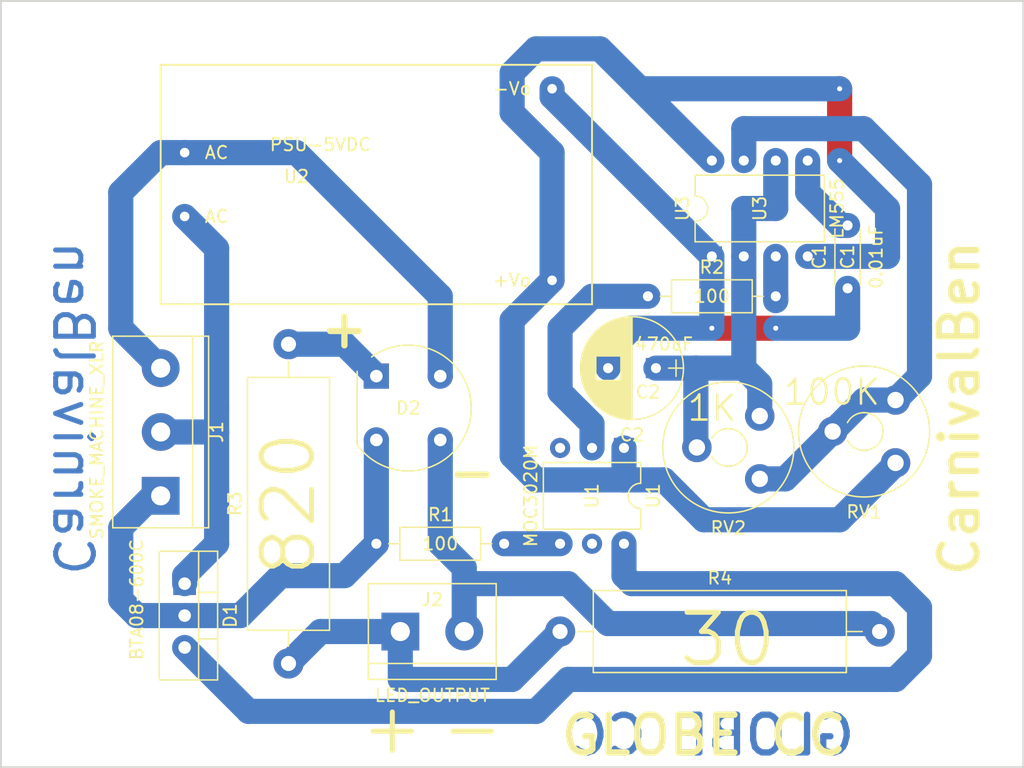
<source format=kicad_pcb>
(kicad_pcb (version 20221018) (generator pcbnew)
  (layers (0 "F.Cu" signal) (31 "B.Cu" signal) (34 "B.Paste" user) (35 "F.Paste" user) (36 "B.SilkS" user "B.Silkscreen") (37 "F.SilkS" user "F.Silkscreen") (38 "B.Mask" user) (39 "F.Mask" user) (44 "Edge.Cuts" user))
  (net 0 "")
  (net 1 "0V")
  (net 2 "Net-(C1-Pad2)")
  (net 3 "Net-(C2-Pad1)")
  (net 4 "RETURN")
  (net 5 "PUMP")
  (net 6 "Net-(D1-Pad3)")
  (net 7 "FEED")
  (net 8 "Net-(R1-Pad2)")
  (net 9 "TRIGGER")
  (net 10 "Net-(R2-Pad2)")
  (net 11 "5V")
  (net 12 "Net-(RV1-Pad1)")
  (net 13 "Net-(U1-Pad5)")
  (net 14 "Net-(U1-Pad3)")
  (net 15 "Net-(D2-Pad1)")
  (net 16 "Net-(J2-Pad1)")
  (net 17 "Net-(D2-Pad3)")
  (footprint "Capacitors_THT:CP_Radial_D8.0mm_P3.80mm" (layer "F.Cu") (at 87.63 52.07 180)
    (fp_text reference "C2" (at 1.9 -5.31 180) (layer "F.SilkS"))
    (fp_text value "470uF" (at -0.635 1.905 180) (layer "F.SilkS"))
    (fp_text user "${REFERENCE}" (at 0.635 -1.905 180) (layer "F.SilkS"))
    (fp_line (start -2.2 0) (end -1 0) (stroke (width 0.12)) (layer "F.SilkS"))
    (fp_line (start -1.6 -0.65) (end -1.6 0.65) (stroke (width 0.12)) (layer "F.SilkS"))
    (fp_line (start 1.9 -4.05) (end 1.9 4.05) (stroke (width 0.12)) (layer "F.SilkS"))
    (fp_line (start 1.94 -4.05) (end 1.94 4.05) (stroke (width 0.12)) (layer "F.SilkS"))
    (fp_line (start 1.98 -4.05) (end 1.98 4.05) (stroke (width 0.12)) (layer "F.SilkS"))
    (fp_line (start 2.02 -4.049) (end 2.02 4.049) (stroke (width 0.12)) (layer "F.SilkS"))
    (fp_line (start 2.06 -4.047) (end 2.06 4.047) (stroke (width 0.12)) (layer "F.SilkS"))
    (fp_line (start 2.1 -4.046) (end 2.1 4.046) (stroke (width 0.12)) (layer "F.SilkS"))
    (fp_line (start 2.14 -4.043) (end 2.14 4.043) (stroke (width 0.12)) (layer "F.SilkS"))
    (fp_line (start 2.18 -4.041) (end 2.18 4.041) (stroke (width 0.12)) (layer "F.SilkS"))
    (fp_line (start 2.22 -4.038) (end 2.22 4.038) (stroke (width 0.12)) (layer "F.SilkS"))
    (fp_line (start 2.26 -4.035) (end 2.26 4.035) (stroke (width 0.12)) (layer "F.SilkS"))
    (fp_line (start 2.3 -4.031) (end 2.3 4.031) (stroke (width 0.12)) (layer "F.SilkS"))
    (fp_line (start 2.34 -4.027) (end 2.34 4.027) (stroke (width 0.12)) (layer "F.SilkS"))
    (fp_line (start 2.38 -4.022) (end 2.38 4.022) (stroke (width 0.12)) (layer "F.SilkS"))
    (fp_line (start 2.42 -4.017) (end 2.42 4.017) (stroke (width 0.12)) (layer "F.SilkS"))
    (fp_line (start 2.46 -4.012) (end 2.46 4.012) (stroke (width 0.12)) (layer "F.SilkS"))
    (fp_line (start 2.5 -4.006) (end 2.5 4.006) (stroke (width 0.12)) (layer "F.SilkS"))
    (fp_line (start 2.54 -4) (end 2.54 4) (stroke (width 0.12)) (layer "F.SilkS"))
    (fp_line (start 2.58 -3.994) (end 2.58 3.994) (stroke (width 0.12)) (layer "F.SilkS"))
    (fp_line (start 2.621 -3.987) (end 2.621 3.987) (stroke (width 0.12)) (layer "F.SilkS"))
    (fp_line (start 2.661 -3.979) (end 2.661 3.979) (stroke (width 0.12)) (layer "F.SilkS"))
    (fp_line (start 2.701 -3.971) (end 2.701 3.971) (stroke (width 0.12)) (layer "F.SilkS"))
    (fp_line (start 2.741 -3.963) (end 2.741 3.963) (stroke (width 0.12)) (layer "F.SilkS"))
    (fp_line (start 2.781 -3.955) (end 2.781 3.955) (stroke (width 0.12)) (layer "F.SilkS"))
    (fp_line (start 2.821 -3.946) (end 2.821 -0.98) (stroke (width 0.12)) (layer "F.SilkS"))
    (fp_line (start 2.821 0.98) (end 2.821 3.946) (stroke (width 0.12)) (layer "F.SilkS"))
    (fp_line (start 2.861 -3.936) (end 2.861 -0.98) (stroke (width 0.12)) (layer "F.SilkS"))
    (fp_line (start 2.861 0.98) (end 2.861 3.936) (stroke (width 0.12)) (layer "F.SilkS"))
    (fp_line (start 2.901 -3.926) (end 2.901 -0.98) (stroke (width 0.12)) (layer "F.SilkS"))
    (fp_line (start 2.901 0.98) (end 2.901 3.926) (stroke (width 0.12)) (layer "F.SilkS"))
    (fp_line (start 2.941 -3.916) (end 2.941 -0.98) (stroke (width 0.12)) (layer "F.SilkS"))
    (fp_line (start 2.941 0.98) (end 2.941 3.916) (stroke (width 0.12)) (layer "F.SilkS"))
    (fp_line (start 2.981 -3.905) (end 2.981 -0.98) (stroke (width 0.12)) (layer "F.SilkS"))
    (fp_line (start 2.981 0.98) (end 2.981 3.905) (stroke (width 0.12)) (layer "F.SilkS"))
    (fp_line (start 3.021 -3.894) (end 3.021 -0.98) (stroke (width 0.12)) (layer "F.SilkS"))
    (fp_line (start 3.021 0.98) (end 3.021 3.894) (stroke (width 0.12)) (layer "F.SilkS"))
    (fp_line (start 3.061 -3.883) (end 3.061 -0.98) (stroke (width 0.12)) (layer "F.SilkS"))
    (fp_line (start 3.061 0.98) (end 3.061 3.883) (stroke (width 0.12)) (layer "F.SilkS"))
    (fp_line (start 3.101 -3.87) (end 3.101 -0.98) (stroke (width 0.12)) (layer "F.SilkS"))
    (fp_line (start 3.101 0.98) (end 3.101 3.87) (stroke (width 0.12)) (layer "F.SilkS"))
    (fp_line (start 3.141 -3.858) (end 3.141 -0.98) (stroke (width 0.12)) (layer "F.SilkS"))
    (fp_line (start 3.141 0.98) (end 3.141 3.858) (stroke (width 0.12)) (layer "F.SilkS"))
    (fp_line (start 3.181 -3.845) (end 3.181 -0.98) (stroke (width 0.12)) (layer "F.SilkS"))
    (fp_line (start 3.181 0.98) (end 3.181 3.845) (stroke (width 0.12)) (layer "F.SilkS"))
    (fp_line (start 3.221 -3.832) (end 3.221 -0.98) (stroke (width 0.12)) (layer "F.SilkS"))
    (fp_line (start 3.221 0.98) (end 3.221 3.832) (stroke (width 0.12)) (layer "F.SilkS"))
    (fp_line (start 3.261 -3.818) (end 3.261 -0.98) (stroke (width 0.12)) (layer "F.SilkS"))
    (fp_line (start 3.261 0.98) (end 3.261 3.818) (stroke (width 0.12)) (layer "F.SilkS"))
    (fp_line (start 3.301 -3.803) (end 3.301 -0.98) (stroke (width 0.12)) (layer "F.SilkS"))
    (fp_line (start 3.301 0.98) (end 3.301 3.803) (stroke (width 0.12)) (layer "F.SilkS"))
    (fp_line (start 3.341 -3.789) (end 3.341 -0.98) (stroke (width 0.12)) (layer "F.SilkS"))
    (fp_line (start 3.341 0.98) (end 3.341 3.789) (stroke (width 0.12)) (layer "F.SilkS"))
    (fp_line (start 3.381 -3.773) (end 3.381 -0.98) (stroke (width 0.12)) (layer "F.SilkS"))
    (fp_line (start 3.381 0.98) (end 3.381 3.773) (stroke (width 0.12)) (layer "F.SilkS"))
    (fp_line (start 3.421 -3.758) (end 3.421 -0.98) (stroke (width 0.12)) (layer "F.SilkS"))
    (fp_line (start 3.421 0.98) (end 3.421 3.758) (stroke (width 0.12)) (layer "F.SilkS"))
    (fp_line (start 3.461 -3.741) (end 3.461 -0.98) (stroke (width 0.12)) (layer "F.SilkS"))
    (fp_line (start 3.461 0.98) (end 3.461 3.741) (stroke (width 0.12)) (layer "F.SilkS"))
    (fp_line (start 3.501 -3.725) (end 3.501 -0.98) (stroke (width 0.12)) (layer "F.SilkS"))
    (fp_line (start 3.501 0.98) (end 3.501 3.725) (stroke (width 0.12)) (layer "F.SilkS"))
    (fp_line (start 3.541 -3.707) (end 3.541 -0.98) (stroke (width 0.12)) (layer "F.SilkS"))
    (fp_line (start 3.541 0.98) (end 3.541 3.707) (stroke (width 0.12)) (layer "F.SilkS"))
    (fp_line (start 3.581 -3.69) (end 3.581 -0.98) (stroke (width 0.12)) (layer "F.SilkS"))
    (fp_line (start 3.581 0.98) (end 3.581 3.69) (stroke (width 0.12)) (layer "F.SilkS"))
    (fp_line (start 3.621 -3.671) (end 3.621 -0.98) (stroke (width 0.12)) (layer "F.SilkS"))
    (fp_line (start 3.621 0.98) (end 3.621 3.671) (stroke (width 0.12)) (layer "F.SilkS"))
    (fp_line (start 3.661 -3.652) (end 3.661 -0.98) (stroke (width 0.12)) (layer "F.SilkS"))
    (fp_line (start 3.661 0.98) (end 3.661 3.652) (stroke (width 0.12)) (layer "F.SilkS"))
    (fp_line (start 3.701 -3.633) (end 3.701 -0.98) (stroke (width 0.12)) (layer "F.SilkS"))
    (fp_line (start 3.701 0.98) (end 3.701 3.633) (stroke (width 0.12)) (layer "F.SilkS"))
    (fp_line (start 3.741 -3.613) (end 3.741 -0.98) (stroke (width 0.12)) (layer "F.SilkS"))
    (fp_line (start 3.741 0.98) (end 3.741 3.613) (stroke (width 0.12)) (layer "F.SilkS"))
    (fp_line (start 3.781 -3.593) (end 3.781 -0.98) (stroke (width 0.12)) (layer "F.SilkS"))
    (fp_line (start 3.781 0.98) (end 3.781 3.593) (stroke (width 0.12)) (layer "F.SilkS"))
    (fp_line (start 3.821 -3.572) (end 3.821 -0.98) (stroke (width 0.12)) (layer "F.SilkS"))
    (fp_line (start 3.821 0.98) (end 3.821 3.572) (stroke (width 0.12)) (layer "F.SilkS"))
    (fp_line (start 3.861 -3.55) (end 3.861 -0.98) (stroke (width 0.12)) (layer "F.SilkS"))
    (fp_line (start 3.861 0.98) (end 3.861 3.55) (stroke (width 0.12)) (layer "F.SilkS"))
    (fp_line (start 3.901 -3.528) (end 3.901 -0.98) (stroke (width 0.12)) (layer "F.SilkS"))
    (fp_line (start 3.901 0.98) (end 3.901 3.528) (stroke (width 0.12)) (layer "F.SilkS"))
    (fp_line (start 3.941 -3.505) (end 3.941 -0.98) (stroke (width 0.12)) (layer "F.SilkS"))
    (fp_line (start 3.941 0.98) (end 3.941 3.505) (stroke (width 0.12)) (layer "F.SilkS"))
    (fp_line (start 3.981 -3.482) (end 3.981 -0.98) (stroke (width 0.12)) (layer "F.SilkS"))
    (fp_line (start 3.981 0.98) (end 3.981 3.482) (stroke (width 0.12)) (layer "F.SilkS"))
    (fp_line (start 4.021 -3.458) (end 4.021 -0.98) (stroke (width 0.12)) (layer "F.SilkS"))
    (fp_line (start 4.021 0.98) (end 4.021 3.458) (stroke (width 0.12)) (layer "F.SilkS"))
    (fp_line (start 4.061 -3.434) (end 4.061 -0.98) (stroke (width 0.12)) (layer "F.SilkS"))
    (fp_line (start 4.061 0.98) (end 4.061 3.434) (stroke (width 0.12)) (layer "F.SilkS"))
    (fp_line (start 4.101 -3.408) (end 4.101 -0.98) (stroke (width 0.12)) (layer "F.SilkS"))
    (fp_line (start 4.101 0.98) (end 4.101 3.408) (stroke (width 0.12)) (layer "F.SilkS"))
    (fp_line (start 4.141 -3.383) (end 4.141 -0.98) (stroke (width 0.12)) (layer "F.SilkS"))
    (fp_line (start 4.141 0.98) (end 4.141 3.383) (stroke (width 0.12)) (layer "F.SilkS"))
    (fp_line (start 4.181 -3.356) (end 4.181 -0.98) (stroke (width 0.12)) (layer "F.SilkS"))
    (fp_line (start 4.181 0.98) (end 4.181 3.356) (stroke (width 0.12)) (layer "F.SilkS"))
    (fp_line (start 4.221 -3.329) (end 4.221 -0.98) (stroke (width 0.12)) (layer "F.SilkS"))
    (fp_line (start 4.221 0.98) (end 4.221 3.329) (stroke (width 0.12)) (layer "F.SilkS"))
    (fp_line (start 4.261 -3.301) (end 4.261 -0.98) (stroke (width 0.12)) (layer "F.SilkS"))
    (fp_line (start 4.261 0.98) (end 4.261 3.301) (stroke (width 0.12)) (layer "F.SilkS"))
    (fp_line (start 4.301 -3.272) (end 4.301 -0.98) (stroke (width 0.12)) (layer "F.SilkS"))
    (fp_line (start 4.301 0.98) (end 4.301 3.272) (stroke (width 0.12)) (layer "F.SilkS"))
    (fp_line (start 4.341 -3.243) (end 4.341 -0.98) (stroke (width 0.12)) (layer "F.SilkS"))
    (fp_line (start 4.341 0.98) (end 4.341 3.243) (stroke (width 0.12)) (layer "F.SilkS"))
    (fp_line (start 4.381 -3.213) (end 4.381 -0.98) (stroke (width 0.12)) (layer "F.SilkS"))
    (fp_line (start 4.381 0.98) (end 4.381 3.213) (stroke (width 0.12)) (layer "F.SilkS"))
    (fp_line (start 4.421 -3.182) (end 4.421 -0.98) (stroke (width 0.12)) (layer "F.SilkS"))
    (fp_line (start 4.421 0.98) (end 4.421 3.182) (stroke (width 0.12)) (layer "F.SilkS"))
    (fp_line (start 4.461 -3.15) (end 4.461 -0.98) (stroke (width 0.12)) (layer "F.SilkS"))
    (fp_line (start 4.461 0.98) (end 4.461 3.15) (stroke (width 0.12)) (layer "F.SilkS"))
    (fp_line (start 4.501 -3.118) (end 4.501 -0.98) (stroke (width 0.12)) (layer "F.SilkS"))
    (fp_line (start 4.501 0.98) (end 4.501 3.118) (stroke (width 0.12)) (layer "F.SilkS"))
    (fp_line (start 4.541 -3.084) (end 4.541 -0.98) (stroke (width 0.12)) (layer "F.SilkS"))
    (fp_line (start 4.541 0.98) (end 4.541 3.084) (stroke (width 0.12)) (layer "F.SilkS"))
    (fp_line (start 4.581 -3.05) (end 4.581 -0.98) (stroke (width 0.12)) (layer "F.SilkS"))
    (fp_line (start 4.581 0.98) (end 4.581 3.05) (stroke (width 0.12)) (layer "F.SilkS"))
    (fp_line (start 4.621 -3.015) (end 4.621 -0.98) (stroke (width 0.12)) (layer "F.SilkS"))
    (fp_line (start 4.621 0.98) (end 4.621 3.015) (stroke (width 0.12)) (layer "F.SilkS"))
    (fp_line (start 4.661 -2.979) (end 4.661 -0.98) (stroke (width 0.12)) (layer "F.SilkS"))
    (fp_line (start 4.661 0.98) (end 4.661 2.979) (stroke (width 0.12)) (layer "F.SilkS"))
    (fp_line (start 4.701 -2.942) (end 4.701 -0.98) (stroke (width 0.12)) (layer "F.SilkS"))
    (fp_line (start 4.701 0.98) (end 4.701 2.942) (stroke (width 0.12)) (layer "F.SilkS"))
    (fp_line (start 4.741 -2.904) (end 4.741 -0.98) (stroke (width 0.12)) (layer "F.SilkS"))
    (fp_line (start 4.741 0.98) (end 4.741 2.904) (stroke (width 0.12)) (layer "F.SilkS"))
    (fp_line (start 4.781 -2.865) (end 4.781 2.865) (stroke (width 0.12)) (layer "F.SilkS"))
    (fp_line (start 4.821 -2.824) (end 4.821 2.824) (stroke (width 0.12)) (layer "F.SilkS"))
    (fp_line (start 4.861 -2.783) (end 4.861 2.783) (stroke (width 0.12)) (layer "F.SilkS"))
    (fp_line (start 4.901 -2.74) (end 4.901 2.74) (stroke (width 0.12)) (layer "F.SilkS"))
    (fp_line (start 4.941 -2.697) (end 4.941 2.697) (stroke (width 0.12)) (layer "F.SilkS"))
    (fp_line (start 4.981 -2.652) (end 4.981 2.652) (stroke (width 0.12)) (layer "F.SilkS"))
    (fp_line (start 5.021 -2.605) (end 5.021 2.605) (stroke (width 0.12)) (layer "F.SilkS"))
    (fp_line (start 5.061 -2.557) (end 5.061 2.557) (stroke (width 0.12)) (layer "F.SilkS"))
    (fp_line (start 5.101 -2.508) (end 5.101 2.508) (stroke (width 0.12)) (layer "F.SilkS"))
    (fp_line (start 5.141 -2.457) (end 5.141 2.457) (stroke (width 0.12)) (layer "F.SilkS"))
    (fp_line (start 5.181 -2.404) (end 5.181 2.404) (stroke (width 0.12)) (layer "F.SilkS"))
    (fp_line (start 5.221 -2.349) (end 5.221 2.349) (stroke (width 0.12)) (layer "F.SilkS"))
    (fp_line (start 5.261 -2.293) (end 5.261 2.293) (stroke (width 0.12)) (layer "F.SilkS"))
    (fp_line (start 5.301 -2.234) (end 5.301 2.234) (stroke (width 0.12)) (layer "F.SilkS"))
    (fp_line (start 5.341 -2.173) (end 5.341 2.173) (stroke (width 0.12)) (layer "F.SilkS"))
    (fp_line (start 5.381 -2.109) (end 5.381 2.109) (stroke (width 0.12)) (layer "F.SilkS"))
    (fp_line (start 5.421 -2.043) (end 5.421 2.043) (stroke (width 0.12)) (layer "F.SilkS"))
    (fp_line (start 5.461 -1.974) (end 5.461 1.974) (stroke (width 0.12)) (layer "F.SilkS"))
    (fp_line (start 5.501 -1.902) (end 5.501 1.902) (stroke (width 0.12)) (layer "F.SilkS"))
    (fp_line (start 5.541 -1.826) (end 5.541 1.826) (stroke (width 0.12)) (layer "F.SilkS"))
    (fp_line (start 5.581 -1.745) (end 5.581 1.745) (stroke (width 0.12)) (layer "F.SilkS"))
    (fp_line (start 5.621 -1.66) (end 5.621 1.66) (stroke (width 0.12)) (layer "F.SilkS"))
    (fp_line (start 5.661 -1.57) (end 5.661 1.57) (stroke (width 0.12)) (layer "F.SilkS"))
    (fp_line (start 5.701 -1.473) (end 5.701 1.473) (stroke (width 0.12)) (layer "F.SilkS"))
    (fp_line (start 5.741 -1.369) (end 5.741 1.369) (stroke (width 0.12)) (layer "F.SilkS"))
    (fp_line (start 5.781 -1.254) (end 5.781 1.254) (stroke (width 0.12)) (layer "F.SilkS"))
    (fp_line (start 5.821 -1.127) (end 5.821 1.127) (stroke (width 0.12)) (layer "F.SilkS"))
    (fp_line (start 5.861 -0.983) (end 5.861 0.983) (stroke (width 0.12)) (layer "F.SilkS"))
    (fp_line (start 5.901 -0.814) (end 5.901 0.814) (stroke (width 0.12)) (layer "F.SilkS"))
    (fp_line (start 5.941 -0.598) (end 5.941 0.598) (stroke (width 0.12)) (layer "F.SilkS"))
    (fp_line (start 5.981 -0.246) (end 5.981 0.246) (stroke (width 0.12)) (layer "F.SilkS"))
    (fp_circle (center 1.9 0) (end 5.99 0) (stroke (width 0.12)) (fill none) (layer "F.SilkS"))
    (pad "1" thru_hole rect (at 0 0 180) (size 1.6 1.6) (drill 0.8) (layers "*.Cu" "*.Mask") (net 3 "Net-(C2-Pad1)"))
    (pad "2" thru_hole circle (at 3.8 0 180) (size 1.6 1.6) (drill 0.8) (layers "*.Cu" "*.Mask") (net 1 "0V"))
  )
  (footprint "TO_SOT_Packages_THT:TO-220-3_Vertical" (layer "F.Cu") (at 50.165 69.215 -90)
    (fp_text reference "D1" (at 2.54 -3.62 270) (layer "F.SilkS"))
    (fp_text value "BTA08-600C" (at 1.27 3.81 270) (layer "F.SilkS"))
    (fp_line (start -2.58 -2.62) (end -2.58 2.021) (stroke (width 0.12)) (layer "F.SilkS"))
    (fp_line (start -2.58 -2.62) (end 7.66 -2.62) (stroke (width 0.12)) (layer "F.SilkS"))
    (fp_line (start -2.58 -1.11) (end 7.66 -1.11) (stroke (width 0.12)) (layer "F.SilkS"))
    (fp_line (start -2.58 2.021) (end 7.66 2.021) (stroke (width 0.12)) (layer "F.SilkS"))
    (fp_line (start 0.69 -2.62) (end 0.69 -1.11) (stroke (width 0.12)) (layer "F.SilkS"))
    (fp_line (start 4.391 -2.62) (end 4.391 -1.11) (stroke (width 0.12)) (layer "F.SilkS"))
    (fp_line (start 7.66 -2.62) (end 7.66 2.021) (stroke (width 0.12)) (layer "F.SilkS"))
    (pad "1" thru_hole rect (at 0 0 270) (size 1.8 1.8) (drill 1) (layers "*.Cu" "*.Mask") (net 4 "RETURN"))
    (pad "2" thru_hole oval (at 2.54 0 270) (size 1.8 1.8) (drill 1) (layers "*.Cu" "*.Mask") (net 5 "PUMP"))
    (pad "3" thru_hole oval (at 5.08 0 270) (size 1.8 1.8) (drill 1) (layers "*.Cu" "*.Mask") (net 6 "Net-(D1-Pad3)"))
  )
  (footprint "Diodes_THT:Diode_Bridge_Round_D9.8mm" (layer "F.Cu") (at 65.405 52.705)
    (fp_text reference "D2" hide)
    (fp_text value "D_Bridge_+-AA" hide)
    (fp_text user "${REFERENCE}" (at 2.54 2.54) (layer "F.SilkS"))
    (fp_line (start -1.524 -0.381) (end -1.524 5.461) (stroke (width 0.12)) (layer "F.SilkS"))
    (fp_arc (start -0.381 -1.524) (mid 7.479141 3.348223) (end -1.524 5.461) (stroke (width 0.12)) (layer "F.SilkS"))
    (pad "1" thru_hole rect (at 0 0) (size 2 2) (drill 1) (layers "*.Cu" "*.Mask") (net 15 "Net-(D2-Pad1)"))
    (pad "2" thru_hole oval (at 0 5.08) (size 2 2) (drill 1) (layers "*.Cu" "*.Mask") (net 5 "PUMP"))
    (pad "3" thru_hole oval (at 5.08 5.08) (size 2 2) (drill 1) (layers "*.Cu" "*.Mask") (net 17 "Net-(D2-Pad3)"))
    (pad "4" thru_hole oval (at 5.08 0) (size 2 2) (drill 1) (layers "*.Cu" "*.Mask") (net 7 "FEED"))
  )
  (footprint "Connectors_Terminal_Blocks:TerminalBlock_bornier-3_P5.08mm" (layer "F.Cu") (at 48.26 62.23 90)
    (fp_text reference "J1" (at 5.08 4.445 90) (layer "F.SilkS"))
    (fp_text value "SMOKE_MACHINE_XLR" (at 4.445 -5.08 270) (layer "F.SilkS"))
    (fp_line (start -2.54 -3.81) (end 12.7 -3.81) (stroke (width 0.12)) (layer "F.SilkS"))
    (fp_line (start -2.54 2.54) (end 12.7 2.54) (stroke (width 0.12)) (layer "F.SilkS"))
    (fp_line (start -2.54 3.81) (end -2.54 -3.81) (stroke (width 0.12)) (layer "F.SilkS"))
    (fp_line (start -2.54 3.81) (end 12.7 3.81) (stroke (width 0.12)) (layer "F.SilkS"))
    (fp_line (start 12.7 3.81) (end 12.7 -3.81) (stroke (width 0.12)) (layer "F.SilkS"))
    (pad "1" thru_hole rect (at 0 0 90) (size 3 3) (drill 1.52) (layers "*.Cu" "*.Mask") (net 5 "PUMP"))
    (pad "2" thru_hole circle (at 5.08 0 90) (size 3 3) (drill 1.52) (layers "*.Cu" "*.Mask") (net 4 "RETURN"))
    (pad "3" thru_hole circle (at 10.16 0 90) (size 3 3) (drill 1.52) (layers "*.Cu" "*.Mask") (net 7 "FEED"))
  )
  (footprint "Connectors_Terminal_Blocks:TerminalBlock_bornier-2_P5.08mm" (layer "F.Cu") (at 67.31 73.025)
    (fp_text reference "J2" (at 2.54 -2.54) (layer "F.SilkS"))
    (fp_text value "LED_OUTPUT" (at 2.54 5.08) (layer "F.SilkS"))
    (fp_line (start -2.54 -3.81) (end -2.54 3.81) (stroke (width 0.12)) (layer "F.SilkS"))
    (fp_line (start -2.54 3.81) (end 7.62 3.81) (stroke (width 0.12)) (layer "F.SilkS"))
    (fp_line (start 7.62 -3.81) (end -2.54 -3.81) (stroke (width 0.12)) (layer "F.SilkS"))
    (fp_line (start 7.62 2.54) (end -2.54 2.54) (stroke (width 0.12)) (layer "F.SilkS"))
    (fp_line (start 7.62 3.81) (end 7.62 -3.81) (stroke (width 0.12)) (layer "F.SilkS"))
    (pad "1" thru_hole rect (at 0 0) (size 3 3) (drill 1.52) (layers "*.Cu" "*.Mask") (net 16 "Net-(J2-Pad1)"))
    (pad "2" thru_hole circle (at 5.08 0) (size 3 3) (drill 1.52) (layers "*.Cu" "*.Mask") (net 17 "Net-(D2-Pad3)"))
  )
  (footprint "Resistors_THT:R_Axial_DIN0207_L6.3mm_D2.5mm_P10.16mm_Horizontal" (layer "F.Cu") (at 65.405 66.04)
    (fp_text reference "R1" (at 5.08 -2.31) (layer "F.SilkS"))
    (fp_text value "100" (at 5.08 0) (layer "F.SilkS"))
    (fp_line (start 0.98 0) (end 1.87 0) (stroke (width 0.12)) (layer "F.SilkS"))
    (fp_line (start 1.87 -1.31) (end 1.87 1.31) (stroke (width 0.12)) (layer "F.SilkS"))
    (fp_line (start 1.87 1.31) (end 8.29 1.31) (stroke (width 0.12)) (layer "F.SilkS"))
    (fp_line (start 8.29 -1.31) (end 1.87 -1.31) (stroke (width 0.12)) (layer "F.SilkS"))
    (fp_line (start 8.29 1.31) (end 8.29 -1.31) (stroke (width 0.12)) (layer "F.SilkS"))
    (fp_line (start 9.18 0) (end 8.29 0) (stroke (width 0.12)) (layer "F.SilkS"))
    (pad "1" thru_hole circle (at 0 0) (size 1.6 1.6) (drill 0.8) (layers "*.Cu" "*.Mask") (net 5 "PUMP"))
    (pad "2" thru_hole oval (at 10.16 0) (size 1.6 1.6) (drill 0.8) (layers "*.Cu" "*.Mask") (net 8 "Net-(R1-Pad2)"))
  )
  (footprint "Resistors_THT:R_Axial_DIN0207_L6.3mm_D2.5mm_P10.16mm_Horizontal" (layer "F.Cu") (at 86.995 46.355)
    (fp_text reference "R2" (at 5.08 -2.31) (layer "F.SilkS"))
    (fp_text value "100" (at 5.08 0) (layer "F.SilkS"))
    (fp_line (start 0.98 0) (end 1.87 0) (stroke (width 0.12)) (layer "F.SilkS"))
    (fp_line (start 1.87 -1.31) (end 1.87 1.31) (stroke (width 0.12)) (layer "F.SilkS"))
    (fp_line (start 1.87 1.31) (end 8.29 1.31) (stroke (width 0.12)) (layer "F.SilkS"))
    (fp_line (start 8.29 -1.31) (end 1.87 -1.31) (stroke (width 0.12)) (layer "F.SilkS"))
    (fp_line (start 8.29 1.31) (end 8.29 -1.31) (stroke (width 0.12)) (layer "F.SilkS"))
    (fp_line (start 9.18 0) (end 8.29 0) (stroke (width 0.12)) (layer "F.SilkS"))
    (pad "1" thru_hole circle (at 0 0) (size 1.6 1.6) (drill 0.8) (layers "*.Cu" "*.Mask") (net 9 "TRIGGER"))
    (pad "2" thru_hole oval (at 10.16 0) (size 1.6 1.6) (drill 0.8) (layers "*.Cu" "*.Mask") (net 10 "Net-(R2-Pad2)"))
  )
  (footprint "Resistors_THT:R_Axial_Power_L20.0mm_W6.4mm_P25.40mm" (layer "F.Cu") (at 58.42 75.565 90)
    (fp_text reference "R3" (at 12.7 -4.26 90) (layer "F.SilkS"))
    (fp_text value "820" (at 12.7 0 90) (layer "F.SilkS") (effects (font (size 4 4) (thickness 0.4))))
    (fp_line (start 1.38 0) (end 2.64 0) (stroke (width 0.12)) (layer "F.SilkS"))
    (fp_line (start 2.64 -3.26) (end 2.64 3.26) (stroke (width 0.12)) (layer "F.SilkS"))
    (fp_line (start 2.64 3.26) (end 22.76 3.26) (stroke (width 0.12)) (layer "F.SilkS"))
    (fp_line (start 22.76 -3.26) (end 2.64 -3.26) (stroke (width 0.12)) (layer "F.SilkS"))
    (fp_line (start 22.76 3.26) (end 22.76 -3.26) (stroke (width 0.12)) (layer "F.SilkS"))
    (fp_line (start 24.02 0) (end 22.76 0) (stroke (width 0.12)) (layer "F.SilkS"))
    (pad "1" thru_hole circle (at 0 0 90) (size 2.4 2.4) (drill 1.2) (layers "*.Cu" "*.Mask") (net 16 "Net-(J2-Pad1)"))
    (pad "2" thru_hole oval (at 25.4 0 90) (size 2.4 2.4) (drill 1.2) (layers "*.Cu" "*.Mask") (net 15 "Net-(D2-Pad1)"))
  )
  (footprint "Resistors_THT:R_Axial_Power_L20.0mm_W6.4mm_P25.40mm" (layer "F.Cu") (at 80.01 73.025)
    (fp_text reference "R4" (at 12.7 -4.26) (layer "F.SilkS"))
    (fp_text value "30" (at 13.335 0.635) (layer "F.SilkS") (effects (font (size 4 4) (thickness 0.4))))
    (fp_line (start 1.38 0) (end 2.64 0) (stroke (width 0.12)) (layer "F.SilkS"))
    (fp_line (start 2.64 -3.26) (end 2.64 3.26) (stroke (width 0.12)) (layer "F.SilkS"))
    (fp_line (start 2.64 3.26) (end 22.76 3.26) (stroke (width 0.12)) (layer "F.SilkS"))
    (fp_line (start 22.76 -3.26) (end 2.64 -3.26) (stroke (width 0.12)) (layer "F.SilkS"))
    (fp_line (start 22.76 3.26) (end 22.76 -3.26) (stroke (width 0.12)) (layer "F.SilkS"))
    (fp_line (start 24.02 0) (end 22.76 0) (stroke (width 0.12)) (layer "F.SilkS"))
    (pad "1" thru_hole circle (at 0 0) (size 2.4 2.4) (drill 1.2) (layers "*.Cu" "*.Mask") (net 16 "Net-(J2-Pad1)"))
    (pad "2" thru_hole oval (at 25.4 0) (size 2.4 2.4) (drill 1.2) (layers "*.Cu" "*.Mask") (net 17 "Net-(D2-Pad3)"))
  )
  (footprint "Potentiometers:Potentiometer_Trimmer_Piher_PT-10v5_Horizontal_Px5.0mm_Py5.0mm" (layer "F.Cu") (at 106.68 54.61 180)
    (fp_text reference "RV1" (at 2.5 -8.9 180) (layer "F.SilkS"))
    (fp_text value "100K" (at 5.08 0.635 180) (layer "F.SilkS") (effects (font (size 2 2) (thickness 0.2))))
    (fp_arc (start 2.527185 -1.000698) (mid 1.208953 -3.261057) (end 3.825 -3.204) (stroke (width 0.12)) (layer "F.SilkS"))
    (fp_arc (start 3.825421 -1.795793) (mid 3.273557 -1.21425) (end 2.501 -1) (stroke (width 0.12)) (layer "F.SilkS"))
    (fp_circle (center 2.501 -2.5) (end 7.711 -2.5) (stroke (width 0.12)) (fill none) (layer "F.SilkS"))
    (pad "1" thru_hole circle (at 0 0 180) (size 2.34 2.34) (drill 1.3) (layers "*.Cu" "*.Mask") (net 12 "Net-(RV1-Pad1)"))
    (pad "2" thru_hole circle (at 5 -2.5 180) (size 2.34 2.34) (drill 1.3) (layers "*.Cu" "*.Mask") (net 12 "Net-(RV1-Pad1)"))
    (pad "3" thru_hole circle (at 0 -5 180) (size 2.34 2.34) (drill 1.3) (layers "*.Cu" "*.Mask") (net 11 "5V"))
  )
  (footprint "Potentiometers:Potentiometer_Trimmer_Piher_PT-10v5_Horizontal_Px5.0mm_Py5.0mm" (layer "F.Cu") (at 95.885 55.88 180)
    (fp_text reference "RV2" (at 2.5 -8.9 180) (layer "F.SilkS"))
    (fp_text value "1K" (at 3.81 0.635 180) (layer "F.SilkS") (effects (font (size 2 2) (thickness 0.2))))
    (fp_arc (start 2.527185 -1.000698) (mid 1.208953 -3.261057) (end 3.825 -3.204) (stroke (width 0.12)) (layer "F.SilkS"))
    (fp_arc (start 3.825421 -1.795793) (mid 3.273557 -1.21425) (end 2.501 -1) (stroke (width 0.12)) (layer "F.SilkS"))
    (fp_circle (center 2.501 -2.5) (end 7.711 -2.5) (stroke (width 0.12)) (fill none) (layer "F.SilkS"))
    (pad "1" thru_hole circle (at 0 0 180) (size 2.34 2.34) (drill 1.3) (layers "*.Cu" "*.Mask") (net 3 "Net-(C2-Pad1)"))
    (pad "2" thru_hole circle (at 5 -2.5 180) (size 2.34 2.34) (drill 1.3) (layers "*.Cu" "*.Mask") (net 3 "Net-(C2-Pad1)"))
    (pad "3" thru_hole circle (at 0 -5 180) (size 2.34 2.34) (drill 1.3) (layers "*.Cu" "*.Mask") (net 12 "Net-(RV1-Pad1)"))
  )
  (footprint "Housings_DIP:DIP-6_W7.62mm" (layer "F.Cu") (at 85.09 58.42 -90)
    (fp_text reference "U1" (at 3.81 -2.33 270) (layer "F.SilkS"))
    (fp_text value "MOC3020M" (at 3.81 7.41 270) (layer "F.SilkS"))
    (fp_text user "${REFERENCE}" (at 3.81 2.54 270) (layer "F.SilkS"))
    (fp_line (start 1.16 -1.33) (end 1.16 6.41) (stroke (width 0.12)) (layer "F.SilkS"))
    (fp_line (start 1.16 6.41) (end 6.46 6.41) (stroke (width 0.12)) (layer "F.SilkS"))
    (fp_line (start 2.81 -1.33) (end 1.16 -1.33) (stroke (width 0.12)) (layer "F.SilkS"))
    (fp_line (start 6.46 -1.33) (end 4.81 -1.33) (stroke (width 0.12)) (layer "F.SilkS"))
    (fp_line (start 6.46 6.41) (end 6.46 -1.33) (stroke (width 0.12)) (layer "F.SilkS"))
    (fp_arc (start 4.81 -1.33) (mid 3.81 -0.33) (end 2.81 -1.33) (stroke (width 0.12)) (layer "F.SilkS"))
    (pad "1" thru_hole rect (at 0 0 270) (size 1.6 1.6) (drill 0.8) (layers "*.Cu" "*.Mask") (net 11 "5V"))
    (pad "2" thru_hole oval (at 0 2.54 270) (size 1.6 1.6) (drill 0.8) (layers "*.Cu" "*.Mask") (net 9 "TRIGGER"))
    (pad "3" thru_hole oval (at 0 5.08 270) (size 1.6 1.6) (drill 0.8) (layers "*.Cu" "*.Mask") (net 14 "Net-(U1-Pad3)"))
    (pad "4" thru_hole oval (at 7.62 5.08 270) (size 1.6 1.6) (drill 0.8) (layers "*.Cu" "*.Mask") (net 8 "Net-(R1-Pad2)"))
    (pad "5" thru_hole oval (at 7.62 2.54 270) (size 1.6 1.6) (drill 0.8) (layers "*.Cu" "*.Mask") (net 13 "Net-(U1-Pad5)"))
    (pad "6" thru_hole oval (at 7.62 0 270) (size 1.6 1.6) (drill 0.8) (layers "*.Cu" "*.Mask") (net 6 "Net-(D1-Pad3)"))
  )
  (footprint "Housings_DIP:DIP-8_W7.62mm" (layer "F.Cu") (at 92.075 43.18 90)
    (fp_text reference "U3" (at 3.81 -2.33 90) (layer "F.SilkS"))
    (fp_text value "LM555" (at 3.81 9.95 90) (layer "F.SilkS"))
    (fp_text user "${REFERENCE}" (at 3.81 3.81 90) (layer "F.SilkS"))
    (fp_line (start 1.16 -1.33) (end 1.16 8.95) (stroke (width 0.12)) (layer "F.SilkS"))
    (fp_line (start 1.16 8.95) (end 6.46 8.95) (stroke (width 0.12)) (layer "F.SilkS"))
    (fp_line (start 2.81 -1.33) (end 1.16 -1.33) (stroke (width 0.12)) (layer "F.SilkS"))
    (fp_line (start 6.46 -1.33) (end 4.81 -1.33) (stroke (width 0.12)) (layer "F.SilkS"))
    (fp_line (start 6.46 8.95) (end 6.46 -1.33) (stroke (width 0.12)) (layer "F.SilkS"))
    (fp_arc (start 4.81 -1.33) (mid 3.81 -0.33) (end 2.81 -1.33) (stroke (width 0.12)) (layer "F.SilkS"))
    (pad "1" thru_hole rect (at 0 0 90) (size 1.6 1.6) (drill 0.8) (layers "*.Cu" "*.Mask") (net 1 "0V"))
    (pad "2" thru_hole oval (at 0 2.54 90) (size 1.6 1.6) (drill 0.8) (layers "*.Cu" "*.Mask") (net 3 "Net-(C2-Pad1)"))
    (pad "3" thru_hole oval (at 0 5.08 90) (size 1.6 1.6) (drill 0.8) (layers "*.Cu" "*.Mask") (net 10 "Net-(R2-Pad2)"))
    (pad "4" thru_hole oval (at 0 7.62 90) (size 1.6 1.6) (drill 0.8) (layers "*.Cu" "*.Mask") (net 11 "5V"))
    (pad "5" thru_hole oval (at 7.62 7.62 90) (size 1.6 1.6) (drill 0.8) (layers "*.Cu" "*.Mask") (net 2 "Net-(C1-Pad2)"))
    (pad "6" thru_hole oval (at 7.62 5.08 90) (size 1.6 1.6) (drill 0.8) (layers "*.Cu" "*.Mask") (net 3 "Net-(C2-Pad1)"))
    (pad "7" thru_hole oval (at 7.62 2.54 90) (size 1.6 1.6) (drill 0.8) (layers "*.Cu" "*.Mask") (net 12 "Net-(RV1-Pad1)"))
    (pad "8" thru_hole oval (at 7.62 0 90) (size 1.6 1.6) (drill 0.8) (layers "*.Cu" "*.Mask") (net 11 "5V"))
  )
  (footprint "Capacitors_THT:C_Disc_D4.3mm_W1.9mm_P5.00mm" (layer "F.Cu") (at 102.87 45.72 90)
    (fp_text reference "C1" (at 2.5 -2.26 90) (layer "F.SilkS"))
    (fp_text value "0.01uF" (at 2.5 2.26 90) (layer "F.SilkS"))
    (fp_text user "${REFERENCE}" (at 2.5 0 90) (layer "F.SilkS"))
    (fp_line (start 0.29 -1.01) (end 0.29 -0.996) (stroke (width 0.12)) (layer "F.SilkS"))
    (fp_line (start 0.29 -1.01) (end 4.71 -1.01) (stroke (width 0.12)) (layer "F.SilkS"))
    (fp_line (start 0.29 0.996) (end 0.29 1.01) (stroke (width 0.12)) (layer "F.SilkS"))
    (fp_line (start 0.29 1.01) (end 4.71 1.01) (stroke (width 0.12)) (layer "F.SilkS"))
    (fp_line (start 4.71 -1.01) (end 4.71 -0.996) (stroke (width 0.12)) (layer "F.SilkS"))
    (fp_line (start 4.71 0.996) (end 4.71 1.01) (stroke (width 0.12)) (layer "F.SilkS"))
    (pad "1" thru_hole circle (at 0 0 90) (size 1.6 1.6) (drill 0.8) (layers "*.Cu" "*.Mask") (net 1 "0V"))
    (pad "2" thru_hole circle (at 5 0 90) (size 1.6 1.6) (drill 0.8) (layers "*.Cu" "*.Mask") (net 2 "Net-(C1-Pad2)"))
  )
  (footprint "Mounting_Holes:MountingHole_4.3mm_M4" (layer "F.Cu") (at 40.64 27.94)
    (fp_text reference "REF**" hide)
    (fp_text value "MountingHole_4.3mm_M4" hide)
    (pad "" np_thru_hole circle (at 0 0) (size 4.3 4.3) (drill 4.3) (layers "*.Cu" "*.Mask"))
  )
  (footprint "Mounting_Holes:MountingHole_4.3mm_M4" (layer "F.Cu") (at 111.76 27.94)
    (fp_text reference "REF**" hide)
    (fp_text value "MountingHole_4.3mm_M4" hide)
    (pad "" np_thru_hole circle (at 0 0) (size 4.3 4.3) (drill 4.3) (layers "*.Cu" "*.Mask"))
  )
  (footprint "Mounting_Holes:MountingHole_4.3mm_M4" (layer "F.Cu") (at 111.76 78.74)
    (fp_text reference "REF**" hide)
    (fp_text value "MountingHole_4.3mm_M4" hide)
    (pad "" np_thru_hole circle (at 0 0) (size 4.3 4.3) (drill 4.3) (layers "*.Cu" "*.Mask"))
  )
  (footprint "Mounting_Holes:MountingHole_4.3mm_M4" (layer "F.Cu") (at 40.64 78.74)
    (fp_text reference "REF**" hide)
    (fp_text value "MountingHole_4.3mm_M4" hide)
    (pad "" np_thru_hole circle (at 0 0) (size 4.3 4.3) (drill 4.3) (layers "*.Cu" "*.Mask"))
  )
  (footprint "BGCustom:HLK-PM01" (layer "F.Cu") (at 79.375 29.845)
    (fp_text reference "U2" (at -20.32 6.985) (layer "F.SilkS"))
    (fp_text value "PSU-5VDC" (at -18.415 4.445) (layer "F.SilkS"))
    (fp_text user "+Vo" (at -3.175 15.24) (layer "F.SilkS"))
    (fp_text user "AC" (at -26.67 5.08) (layer "F.SilkS"))
    (fp_text user "AC" (at -26.67 10.16) (layer "F.SilkS"))
    (fp_text user "-Vo" (at -3.175 0) (layer "F.SilkS"))
    (fp_line (start -31.115 -1.905) (end 3.175 -1.905) (stroke (width 0.15)) (layer "F.SilkS"))
    (fp_line (start -31.115 17.145) (end -31.115 -1.905) (stroke (width 0.15)) (layer "F.SilkS"))
    (fp_line (start 3.175 -1.905) (end 3.175 17.145) (stroke (width 0.15)) (layer "F.SilkS"))
    (fp_line (start 3.175 17.145) (end -31.115 17.145) (stroke (width 0.15)) (layer "F.SilkS"))
    (pad "1" thru_hole circle (at 0 15.24) (size 1.524 1.524) (drill 0.762) (layers "*.Cu" "*.Mask") (net 11 "5V"))
    (pad "2" thru_hole circle (at 0 0) (size 1.524 1.524) (drill 0.762) (layers "*.Cu" "*.Mask") (net 1 "0V"))
    (pad "3" thru_hole circle (at -29.21 5.08) (size 1.524 1.524) (drill 0.762) (layers "*.Cu" "*.Mask") (net 7 "FEED"))
    (pad "4" thru_hole circle (at -29.21 10.16) (size 1.524 1.524) (drill 0.762) (layers "*.Cu" "*.Mask") (net 4 "RETURN"))
  )
  (gr_line (start 116.84 22.86) (end 116.84 83.82) (stroke (width 0.15)) (layer "Edge.Cuts"))
  (gr_line (start 35.56 83.82) (end 35.56 22.86) (stroke (width 0.15)) (layer "Edge.Cuts"))
  (gr_line (start 35.56 22.86) (end 116.84 22.86) (stroke (width 0.15)) (layer "Edge.Cuts"))
  (gr_line (start 116.84 83.82) (end 35.56 83.82) (stroke (width 0.15)) (layer "Edge.Cuts"))
  (gr_text "GLOBE CC" (at 92.075 81.28) (layer "B.Cu") (effects (font (size 3 3) (thickness 0.5)) (justify mirror)))
  (gr_text "CarnivalBen" (at 41.275 55.245 270) (layer "B.Cu") (effects (font (size 3 3) (thickness 0.4)) (justify mirror)))
  (gr_text "-" (at 73.025 60.325) (layer "F.SilkS") (effects (font (size 3 3) (thickness 0.5))))
  (gr_text "CarnivalBen" (at 111.76 55.245 90) (layer "F.SilkS") (effects (font (size 3 3) (thickness 0.5))))
  (gr_text "-" (at 73.025 80.645) (layer "F.SilkS") (effects (font (size 4 4) (thickness 0.4))))
  (gr_text "+" (at 62.865 48.895) (layer "F.SilkS") (effects (font (size 3 3) (thickness 0.5))))
  (gr_text "GLOBE CC" (at 91.44 81.28) (layer "F.SilkS") (effects (font (size 3 3) (thickness 0.5))))
  (gr_text "+" (at 66.675 80.645) (layer "F.SilkS") (effects (font (size 4 4) (thickness 0.4))))
  (segment (start 97.155 48.895) (end 92.075 48.895) (width 2) (layer "F.Cu") (net 1))
  (via (at 92.075 48.895) (size 0.6) (drill 0.4) (layers "F.Cu" "B.Cu") (net 1))
  (via (at 97.155 48.895) (size 0.6) (drill 0.4) (layers "F.Cu" "B.Cu") (net 1))
  (segment (start 92.075 45.72) (end 92.075 48.895) (width 2) (layer "B.Cu") (net 1))
  (segment (start 102.87 48.895) (end 97.155 48.895) (width 2) (layer "B.Cu") (net 1))
  (segment (start 83.83 50.79) (end 85.725 48.895) (width 2) (layer "B.Cu") (net 1))
  (segment (start 85.725 48.895) (end 92.075 48.895) (width 2) (layer "B.Cu") (net 1))
  (segment (start 79.375 30.48) (end 92.075 43.18) (width 2) (layer "B.Cu") (net 1))
  (segment (start 83.83 52.07) (end 83.83 50.79) (width 2) (layer "B.Cu") (net 1))
  (segment (start 102.87 45.72) (end 102.87 48.895) (width 2) (layer "B.Cu") (net 1))
  (segment (start 79.375 29.845) (end 79.375 30.48) (width 2) (layer "B.Cu") (net 1))
  (segment (start 92.075 43.18) (end 92.075 45.72) (width 2) (layer "B.Cu") (net 1))
  (segment (start 102.315 40.72) (end 99.695 38.1) (width 2) (layer "B.Cu") (net 2))
  (segment (start 99.695 38.1) (end 99.695 35.56) (width 2) (layer "B.Cu") (net 2))
  (segment (start 102.87 40.72) (end 102.315 40.72) (width 2) (layer "B.Cu") (net 2))
  (segment (start 97.155 39.37) (end 94.615 39.37) (width 2) (layer "B.Cu") (net 3))
  (segment (start 94.615 52.07) (end 90.805 52.07) (width 2) (layer "B.Cu") (net 3))
  (segment (start 90.805 52.07) (end 87.63 52.07) (width 2) (layer "B.Cu") (net 3))
  (segment (start 90.805 58.3) (end 90.805 52.07) (width 2) (layer "B.Cu") (net 3))
  (segment (start 95.885 53.34) (end 94.615 52.07) (width 2) (layer "B.Cu") (net 3))
  (segment (start 95.885 55.88) (end 95.885 53.34) (width 2) (layer "B.Cu") (net 3))
  (segment (start 97.155 39.37) (end 97.155 35.56) (width 2) (layer "B.Cu") (net 3))
  (segment (start 94.615 43.18) (end 94.615 52.07) (width 2) (layer "B.Cu") (net 3))
  (segment (start 90.885 58.38) (end 90.805 58.3) (width 2) (layer "B.Cu") (net 3))
  (segment (start 94.615 43.18) (end 94.615 39.37) (width 2) (layer "B.Cu") (net 3))
  (segment (start 52.705 42.545) (end 52.705 55.245) (width 2) (layer "B.Cu") (net 4))
  (segment (start 50.165 68.58) (end 52.705 66.04) (width 2) (layer "B.Cu") (net 4))
  (segment (start 52.705 66.04) (end 52.705 57.15) (width 2) (layer "B.Cu") (net 4))
  (segment (start 52.705 57.15) (end 52.705 55.245) (width 2) (layer "B.Cu") (net 4))
  (segment (start 50.165 69.215) (end 50.165 68.58) (width 2) (layer "B.Cu") (net 4))
  (segment (start 50.165 40.005) (end 52.705 42.545) (width 2) (layer "B.Cu") (net 4))
  (segment (start 48.26 57.15) (end 52.705 57.15) (width 2) (layer "B.Cu") (net 4))
  (segment (start 65.405 66.04) (end 62.865 68.58) (width 2) (layer "B.Cu") (net 5))
  (segment (start 62.865 68.58) (end 57.785 68.58) (width 2) (layer "B.Cu") (net 5))
  (segment (start 57.785 68.58) (end 54.61 71.755) (width 2) (layer "B.Cu") (net 5))
  (segment (start 54.61 71.755) (end 50.165 71.755) (width 2) (layer "B.Cu") (net 5))
  (segment (start 47.625 62.23) (end 45.085 64.77) (width 2) (layer "B.Cu") (net 5))
  (segment (start 45.085 64.77) (end 45.085 70.485) (width 2) (layer "B.Cu") (net 5))
  (segment (start 45.085 70.485) (end 46.355 71.755) (width 2) (layer "B.Cu") (net 5))
  (segment (start 46.355 71.755) (end 50.165 71.755) (width 2) (layer "B.Cu") (net 5))
  (segment (start 48.26 62.23) (end 47.625 62.23) (width 2) (layer "B.Cu") (net 5))
  (segment (start 65.405 57.785) (end 65.405 66.04) (width 2) (layer "B.Cu") (net 5))
  (segment (start 85.09 68.58) (end 85.725 69.215) (width 2) (layer "B.Cu") (net 6))
  (segment (start 85.725 69.215) (end 106.68 69.215) (width 2) (layer "B.Cu") (net 6))
  (segment (start 106.68 69.215) (end 108.585 71.12) (width 2) (layer "B.Cu") (net 6))
  (segment (start 108.585 71.12) (end 108.585 74.93) (width 2) (layer "B.Cu") (net 6))
  (segment (start 108.585 74.93) (end 106.68 76.835) (width 2) (layer "B.Cu") (net 6))
  (segment (start 106.68 76.835) (end 80.645 76.835) (width 2) (layer "B.Cu") (net 6))
  (segment (start 80.645 76.835) (end 78.105 79.375) (width 2) (layer "B.Cu") (net 6))
  (segment (start 78.105 79.375) (end 55.245 79.375) (width 2) (layer "B.Cu") (net 6))
  (segment (start 55.245 79.375) (end 50.165 74.295) (width 2) (layer "B.Cu") (net 6))
  (segment (start 85.09 66.04) (end 85.09 68.58) (width 2) (layer "B.Cu") (net 6))
  (segment (start 70.485 46.355) (end 59.055 34.925) (width 2) (layer "B.Cu") (net 7))
  (segment (start 59.055 34.925) (end 50.165 34.925) (width 2) (layer "B.Cu") (net 7))
  (segment (start 48.26 34.925) (end 45.085 38.1) (width 2) (layer "B.Cu") (net 7))
  (segment (start 45.085 38.1) (end 45.085 48.895) (width 2) (layer "B.Cu") (net 7))
  (segment (start 45.085 48.895) (end 48.26 52.07) (width 2) (layer "B.Cu") (net 7))
  (segment (start 50.165 34.925) (end 48.26 34.925) (width 2) (layer "B.Cu") (net 7))
  (segment (start 70.485 52.705) (end 70.485 46.355) (width 2) (layer "B.Cu") (net 7))
  (segment (start 80.01 66.04) (end 75.565 66.04) (width 2) (layer "B.Cu") (net 8))
  (segment (start 82.55 46.355) (end 80.01 48.895) (width 2) (layer "B.Cu") (net 9))
  (segment (start 80.01 48.895) (end 80.01 53.975) (width 2) (layer "B.Cu") (net 9))
  (segment (start 80.01 53.975) (end 82.55 56.515) (width 2) (layer "B.Cu") (net 9))
  (segment (start 82.55 56.515) (end 82.55 58.42) (width 2) (layer "B.Cu") (net 9))
  (segment (start 86.995 46.355) (end 82.55 46.355) (width 2) (layer "B.Cu") (net 9))
  (segment (start 97.155 46.694998) (end 97.155 46.355) (width 2) (layer "B.Cu") (net 10))
  (segment (start 97.155 43.18) (end 97.155 46.694998) (width 2) (layer "B.Cu") (net 10))
  (segment (start 102.235 35.56) (end 102.235 29.845) (width 2) (layer "F.Cu") (net 11))
  (via (at 102.235 35.56) (size 0.6) (drill 0.4) (layers "F.Cu" "B.Cu") (net 11))
  (via (at 102.235 29.845) (size 0.6) (drill 0.4) (layers "F.Cu" "B.Cu") (net 11))
  (segment (start 78.105 60.96) (end 76.2 59.055) (width 2) (layer "B.Cu") (net 11))
  (segment (start 76.2 59.055) (end 76.2 48.26) (width 2) (layer "B.Cu") (net 11))
  (segment (start 76.2 48.26) (end 79.375 45.085) (width 2) (layer "B.Cu") (net 11))
  (segment (start 79.375 34.925) (end 76.2 31.75) (width 2) (layer "B.Cu") (net 11))
  (segment (start 76.2 31.75) (end 76.2 28.575) (width 2) (layer "B.Cu") (net 11))
  (segment (start 76.2 28.575) (end 78.105 26.67) (width 2) (layer "B.Cu") (net 11))
  (segment (start 78.105 26.67) (end 83.185 26.67) (width 2) (layer "B.Cu") (net 11))
  (segment (start 83.185 26.67) (end 86.36 29.845) (width 2) (layer "B.Cu") (net 11))
  (segment (start 106.045 43.18) (end 106.045 39.37) (width 2) (layer "B.Cu") (net 11))
  (segment (start 106.045 39.37) (end 102.235 35.56) (width 2) (layer "B.Cu") (net 11))
  (segment (start 102.235 29.845) (end 86.36 29.845) (width 2) (layer "B.Cu") (net 11))
  (segment (start 86.36 29.845) (end 92.075 35.56) (width 2) (layer "B.Cu") (net 11))
  (segment (start 106.68 59.69) (end 102.235 64.135) (width 2) (layer "B.Cu") (net 11))
  (segment (start 102.235 64.135) (end 91.44 64.135) (width 2) (layer "B.Cu") (net 11))
  (segment (start 91.44 64.135) (end 88.265 60.96) (width 2) (layer "B.Cu") (net 11))
  (segment (start 88.265 60.96) (end 85.09 60.96) (width 2) (layer "B.Cu") (net 11))
  (segment (start 85.09 58.42) (end 85.09 60.96) (width 2) (layer "B.Cu") (net 11))
  (segment (start 99.695 43.18) (end 106.045 43.18) (width 2) (layer "B.Cu") (net 11))
  (segment (start 106.68 59.61) (end 106.68 59.69) (width 2) (layer "B.Cu") (net 11))
  (segment (start 79.375 45.085) (end 79.375 34.925) (width 2) (layer "B.Cu") (net 11))
  (segment (start 85.09 60.96) (end 78.105 60.96) (width 2) (layer "B.Cu") (net 11))
  (segment (start 94.615 33.02) (end 104.14 33.02) (width 2) (layer "B.Cu") (net 12))
  (segment (start 104.14 33.02) (end 108.585 37.465) (width 2) (layer "B.Cu") (net 12))
  (segment (start 108.585 37.465) (end 108.585 52.705) (width 2) (layer "B.Cu") (net 12))
  (segment (start 108.585 52.705) (end 106.68 54.61) (width 2) (layer "B.Cu") (net 12))
  (segment (start 104.18 54.61) (end 101.68 57.11) (width 2) (layer "B.Cu") (net 12))
  (segment (start 97.91 60.88) (end 95.885 60.88) (width 2) (layer "B.Cu") (net 12))
  (segment (start 101.68 57.11) (end 97.91 60.88) (width 2) (layer "B.Cu") (net 12))
  (segment (start 94.615 35.56) (end 94.615 33.02) (width 2) (layer "B.Cu") (net 12))
  (segment (start 106.68 54.61) (end 104.18 54.61) (width 2) (layer "B.Cu") (net 12))
  (segment (start 62.865 50.165) (end 65.405 52.705) (width 2) (layer "B.Cu") (net 15))
  (segment (start 58.42 50.165) (end 62.865 50.165) (width 2) (layer "B.Cu") (net 15))
  (segment (start 60.96 73.025) (end 58.42 75.565) (width 2) (layer "B.Cu") (net 16))
  (segment (start 67.31 76.835) (end 76.2 76.835) (width 2) (layer "B.Cu") (net 16))
  (segment (start 76.2 76.835) (end 80.01 73.025) (width 2) (layer "B.Cu") (net 16))
  (segment (start 67.31 73.025) (end 67.31 76.835) (width 2) (layer "B.Cu") (net 16))
  (segment (start 67.31 73.025) (end 60.96 73.025) (width 2) (layer "B.Cu") (net 16))
  (segment (start 70.485 66.04) (end 72.39 67.945) (width 2) (layer "B.Cu") (net 17))
  (segment (start 72.39 67.945) (end 72.39 69.215) (width 2) (layer "B.Cu") (net 17))
  (segment (start 72.39 69.215) (end 72.39 73.025) (width 2) (layer "B.Cu") (net 17))
  (segment (start 104.775 72.39) (end 83.82 72.39) (width 2) (layer "B.Cu") (net 17))
  (segment (start 83.82 72.39) (end 80.645 69.215) (width 2) (layer "B.Cu") (net 17))
  (segment (start 80.645 69.215) (end 72.39 69.215) (width 2) (layer "B.Cu") (net 17))
  (segment (start 105.41 73.025) (end 104.775 72.39) (width 2) (layer "B.Cu") (net 17))
  (segment (start 70.485 57.785) (end 70.485 66.04) (width 2) (layer "B.Cu") (net 17))
)
</source>
